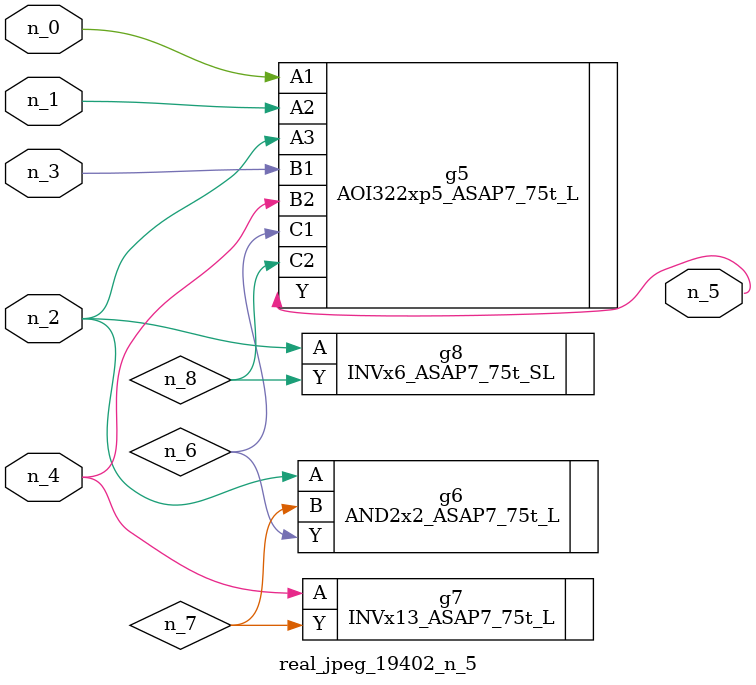
<source format=v>
module real_jpeg_19402_n_5 (n_4, n_0, n_1, n_2, n_3, n_5);

input n_4;
input n_0;
input n_1;
input n_2;
input n_3;

output n_5;

wire n_8;
wire n_6;
wire n_7;

AOI322xp5_ASAP7_75t_L g5 ( 
.A1(n_0),
.A2(n_1),
.A3(n_2),
.B1(n_3),
.B2(n_4),
.C1(n_6),
.C2(n_8),
.Y(n_5)
);

AND2x2_ASAP7_75t_L g6 ( 
.A(n_2),
.B(n_7),
.Y(n_6)
);

INVx6_ASAP7_75t_SL g8 ( 
.A(n_2),
.Y(n_8)
);

INVx13_ASAP7_75t_L g7 ( 
.A(n_4),
.Y(n_7)
);


endmodule
</source>
